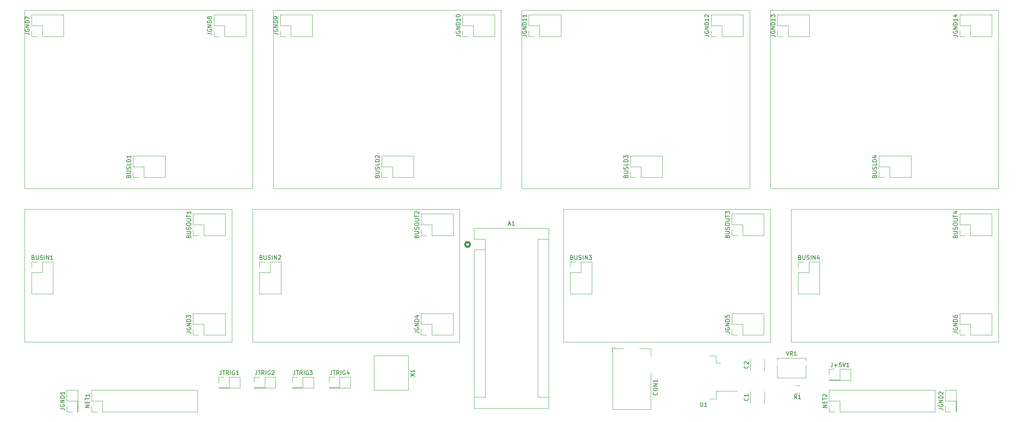
<source format=gto>
G04 #@! TF.GenerationSoftware,KiCad,Pcbnew,5.1.5+dfsg1-2build2*
G04 #@! TF.CreationDate,2021-11-26T12:36:15+03:00*
G04 #@! TF.ProjectId,Motherboard,4d6f7468-6572-4626-9f61-72642e6b6963,rev?*
G04 #@! TF.SameCoordinates,Original*
G04 #@! TF.FileFunction,Legend,Top*
G04 #@! TF.FilePolarity,Positive*
%FSLAX46Y46*%
G04 Gerber Fmt 4.6, Leading zero omitted, Abs format (unit mm)*
G04 Created by KiCad (PCBNEW 5.1.5+dfsg1-2build2) date 2021-11-26 12:36:15*
%MOMM*%
%LPD*%
G04 APERTURE LIST*
%ADD10C,0.500000*%
%ADD11C,0.120000*%
%ADD12C,0.150000*%
G04 APERTURE END LIST*
D10*
X136005000Y-80005000D02*
G75*
G03X136005000Y-80005000I-600000J0D01*
G01*
D11*
X28500000Y-66500000D02*
X83500000Y-66500000D01*
X88500000Y-66500000D02*
X143500000Y-66500000D01*
X158500000Y-71500000D02*
X208500000Y-71500000D01*
X208500000Y-103500000D02*
X208500000Y-71500000D01*
X158500000Y-103500000D02*
X158500000Y-71500000D01*
X158500000Y-103500000D02*
X208500000Y-103500000D01*
X213500000Y-71500000D02*
X263500000Y-71500000D01*
X263500000Y-103500000D02*
X263500000Y-71500000D01*
X213500000Y-103500000D02*
X213500000Y-71500000D01*
X213500000Y-103500000D02*
X263500000Y-103500000D01*
X83500000Y-71500000D02*
X133500000Y-71500000D01*
X133500000Y-103500000D02*
X133500000Y-71500000D01*
X83500000Y-103500000D02*
X83500000Y-71500000D01*
X83500000Y-103500000D02*
X133500000Y-103500000D01*
X28500000Y-71500000D02*
X78500000Y-71500000D01*
X28500000Y-103500000D02*
X28500000Y-71500000D01*
X83500000Y-23500000D02*
X28500000Y-23500000D01*
X83500000Y-66500000D02*
X83500000Y-23500000D01*
X143500000Y-23500000D02*
X88500000Y-23500000D01*
X28500000Y-23500000D02*
X28500000Y-66500000D01*
X28500000Y-103500000D02*
X78500000Y-103500000D01*
X143500000Y-66500000D02*
X143500000Y-23500000D01*
X78500000Y-103500000D02*
X78500000Y-71500000D01*
X88500000Y-23500000D02*
X88500000Y-66500000D01*
X208500000Y-66500000D02*
X263500000Y-66500000D01*
X263500000Y-23500000D02*
X208500000Y-23500000D01*
X263500000Y-66500000D02*
X263500000Y-23500000D01*
X208500000Y-23500000D02*
X208500000Y-66500000D01*
X148500000Y-23500000D02*
X148500000Y-66500000D01*
X203500000Y-23500000D02*
X148500000Y-23500000D01*
X203500000Y-66500000D02*
X203500000Y-23500000D01*
X148500000Y-66500000D02*
X203500000Y-66500000D01*
X207050000Y-110458752D02*
X207050000Y-107686248D01*
X203630000Y-110458752D02*
X203630000Y-107686248D01*
X215630564Y-114026000D02*
X214426436Y-114026000D01*
X215630564Y-115846000D02*
X214426436Y-115846000D01*
X207050000Y-118248752D02*
X207050000Y-115476248D01*
X203630000Y-118248752D02*
X203630000Y-115476248D01*
X217070000Y-109081000D02*
X217070000Y-112186000D01*
X217070000Y-107446000D02*
X217070000Y-108091000D01*
X210120000Y-109081000D02*
X210120000Y-112186000D01*
X210120000Y-107446000D02*
X210120000Y-108091000D01*
X210120000Y-112186000D02*
X217070000Y-112186000D01*
X210120000Y-107446000D02*
X217070000Y-107446000D01*
X170400000Y-105100000D02*
X173000000Y-105100000D01*
X170400000Y-119800000D02*
X170400000Y-105100000D01*
X179600000Y-105100000D02*
X179600000Y-107000000D01*
X176900000Y-105100000D02*
X179600000Y-105100000D01*
X179600000Y-119800000D02*
X170400000Y-119800000D01*
X179600000Y-111000000D02*
X179600000Y-119800000D01*
X170200000Y-105950000D02*
X170200000Y-104900000D01*
X171250000Y-104900000D02*
X170200000Y-104900000D01*
X75280000Y-111949000D02*
X76610000Y-111949000D01*
X75280000Y-113279000D02*
X75280000Y-111949000D01*
X77880000Y-111949000D02*
X80480000Y-111949000D01*
X77880000Y-114549000D02*
X77880000Y-111949000D01*
X75280000Y-114549000D02*
X77880000Y-114549000D01*
X80480000Y-111949000D02*
X80480000Y-114609000D01*
X75280000Y-114549000D02*
X75280000Y-114609000D01*
X75280000Y-114609000D02*
X80480000Y-114609000D01*
X93060000Y-111949000D02*
X94390000Y-111949000D01*
X93060000Y-113279000D02*
X93060000Y-111949000D01*
X95660000Y-111949000D02*
X98260000Y-111949000D01*
X95660000Y-114549000D02*
X95660000Y-111949000D01*
X93060000Y-114549000D02*
X95660000Y-114549000D01*
X98260000Y-111949000D02*
X98260000Y-114609000D01*
X93060000Y-114549000D02*
X93060000Y-114609000D01*
X93060000Y-114609000D02*
X98260000Y-114609000D01*
X30170000Y-84170000D02*
X31500000Y-84170000D01*
X30170000Y-85500000D02*
X30170000Y-84170000D01*
X32770000Y-84170000D02*
X35370000Y-84170000D01*
X32770000Y-86770000D02*
X32770000Y-84170000D01*
X30170000Y-86770000D02*
X32770000Y-86770000D01*
X35370000Y-84170000D02*
X35370000Y-91910000D01*
X30170000Y-86770000D02*
X30170000Y-91910000D01*
X30170000Y-91910000D02*
X35370000Y-91910000D01*
X174670000Y-63830000D02*
X174670000Y-62500000D01*
X176000000Y-63830000D02*
X174670000Y-63830000D01*
X174670000Y-61230000D02*
X174670000Y-58630000D01*
X177270000Y-61230000D02*
X174670000Y-61230000D01*
X177270000Y-63830000D02*
X177270000Y-61230000D01*
X174670000Y-58630000D02*
X182410000Y-58630000D01*
X177270000Y-63830000D02*
X182410000Y-63830000D01*
X182410000Y-63830000D02*
X182410000Y-58630000D01*
X69170000Y-101830000D02*
X69170000Y-100500000D01*
X70500000Y-101830000D02*
X69170000Y-101830000D01*
X69170000Y-99230000D02*
X69170000Y-96630000D01*
X71770000Y-99230000D02*
X69170000Y-99230000D01*
X71770000Y-101830000D02*
X71770000Y-99230000D01*
X69170000Y-96630000D02*
X76910000Y-96630000D01*
X71770000Y-101830000D02*
X76910000Y-101830000D01*
X76910000Y-101830000D02*
X76910000Y-96630000D01*
X222670000Y-120330000D02*
X222670000Y-119000000D01*
X224000000Y-120330000D02*
X222670000Y-120330000D01*
X222670000Y-117730000D02*
X222670000Y-115130000D01*
X225270000Y-117730000D02*
X222670000Y-117730000D01*
X225270000Y-120330000D02*
X225270000Y-117730000D01*
X222670000Y-115130000D02*
X248190000Y-115130000D01*
X225270000Y-120330000D02*
X248190000Y-120330000D01*
X248190000Y-120330000D02*
X248190000Y-115130000D01*
X44670000Y-120330000D02*
X44670000Y-119000000D01*
X46000000Y-120330000D02*
X44670000Y-120330000D01*
X44670000Y-117730000D02*
X44670000Y-115130000D01*
X47270000Y-117730000D02*
X44670000Y-117730000D01*
X47270000Y-120330000D02*
X47270000Y-117730000D01*
X44670000Y-115130000D02*
X70190000Y-115130000D01*
X47270000Y-120330000D02*
X70190000Y-120330000D01*
X70190000Y-120330000D02*
X70190000Y-115130000D01*
X74170000Y-29830000D02*
X74170000Y-28500000D01*
X75500000Y-29830000D02*
X74170000Y-29830000D01*
X74170000Y-27230000D02*
X74170000Y-24630000D01*
X76770000Y-27230000D02*
X74170000Y-27230000D01*
X76770000Y-29830000D02*
X76770000Y-27230000D01*
X74170000Y-24630000D02*
X81910000Y-24630000D01*
X76770000Y-29830000D02*
X81910000Y-29830000D01*
X81910000Y-29830000D02*
X81910000Y-24630000D01*
X254170000Y-29830000D02*
X254170000Y-28500000D01*
X255500000Y-29830000D02*
X254170000Y-29830000D01*
X254170000Y-27230000D02*
X254170000Y-24630000D01*
X256770000Y-27230000D02*
X254170000Y-27230000D01*
X256770000Y-29830000D02*
X256770000Y-27230000D01*
X254170000Y-24630000D02*
X261910000Y-24630000D01*
X256770000Y-29830000D02*
X261910000Y-29830000D01*
X261910000Y-29830000D02*
X261910000Y-24630000D01*
X210170000Y-29830000D02*
X210170000Y-28500000D01*
X211500000Y-29830000D02*
X210170000Y-29830000D01*
X210170000Y-27230000D02*
X210170000Y-24630000D01*
X212770000Y-27230000D02*
X210170000Y-27230000D01*
X212770000Y-29830000D02*
X212770000Y-27230000D01*
X210170000Y-24630000D02*
X217910000Y-24630000D01*
X212770000Y-29830000D02*
X217910000Y-29830000D01*
X217910000Y-29830000D02*
X217910000Y-24630000D01*
X194170000Y-29830000D02*
X194170000Y-28500000D01*
X195500000Y-29830000D02*
X194170000Y-29830000D01*
X194170000Y-27230000D02*
X194170000Y-24630000D01*
X196770000Y-27230000D02*
X194170000Y-27230000D01*
X196770000Y-29830000D02*
X196770000Y-27230000D01*
X194170000Y-24630000D02*
X201910000Y-24630000D01*
X196770000Y-29830000D02*
X201910000Y-29830000D01*
X201910000Y-29830000D02*
X201910000Y-24630000D01*
X150170000Y-29830000D02*
X150170000Y-28500000D01*
X151500000Y-29830000D02*
X150170000Y-29830000D01*
X150170000Y-27230000D02*
X150170000Y-24630000D01*
X152770000Y-27230000D02*
X150170000Y-27230000D01*
X152770000Y-29830000D02*
X152770000Y-27230000D01*
X150170000Y-24630000D02*
X157910000Y-24630000D01*
X152770000Y-29830000D02*
X157910000Y-29830000D01*
X157910000Y-29830000D02*
X157910000Y-24630000D01*
X134170000Y-29830000D02*
X134170000Y-28500000D01*
X135500000Y-29830000D02*
X134170000Y-29830000D01*
X134170000Y-27230000D02*
X134170000Y-24630000D01*
X136770000Y-27230000D02*
X134170000Y-27230000D01*
X136770000Y-29830000D02*
X136770000Y-27230000D01*
X134170000Y-24630000D02*
X141910000Y-24630000D01*
X136770000Y-29830000D02*
X141910000Y-29830000D01*
X141910000Y-29830000D02*
X141910000Y-24630000D01*
X90170000Y-29830000D02*
X90170000Y-28500000D01*
X91500000Y-29830000D02*
X90170000Y-29830000D01*
X90170000Y-27230000D02*
X90170000Y-24630000D01*
X92770000Y-27230000D02*
X90170000Y-27230000D01*
X92770000Y-29830000D02*
X92770000Y-27230000D01*
X90170000Y-24630000D02*
X97910000Y-24630000D01*
X92770000Y-29830000D02*
X97910000Y-29830000D01*
X97910000Y-29830000D02*
X97910000Y-24630000D01*
X30170000Y-29830000D02*
X30170000Y-28500000D01*
X31500000Y-29830000D02*
X30170000Y-29830000D01*
X30170000Y-27230000D02*
X30170000Y-24630000D01*
X32770000Y-27230000D02*
X30170000Y-27230000D01*
X32770000Y-29830000D02*
X32770000Y-27230000D01*
X30170000Y-24630000D02*
X37910000Y-24630000D01*
X32770000Y-29830000D02*
X37910000Y-29830000D01*
X37910000Y-29830000D02*
X37910000Y-24630000D01*
X254170000Y-101830000D02*
X254170000Y-100500000D01*
X255500000Y-101830000D02*
X254170000Y-101830000D01*
X254170000Y-99230000D02*
X254170000Y-96630000D01*
X256770000Y-99230000D02*
X254170000Y-99230000D01*
X256770000Y-101830000D02*
X256770000Y-99230000D01*
X254170000Y-96630000D02*
X261910000Y-96630000D01*
X256770000Y-101830000D02*
X261910000Y-101830000D01*
X261910000Y-101830000D02*
X261910000Y-96630000D01*
X199170000Y-101830000D02*
X199170000Y-100500000D01*
X200500000Y-101830000D02*
X199170000Y-101830000D01*
X199170000Y-99230000D02*
X199170000Y-96630000D01*
X201770000Y-99230000D02*
X199170000Y-99230000D01*
X201770000Y-101830000D02*
X201770000Y-99230000D01*
X199170000Y-96630000D02*
X206910000Y-96630000D01*
X201770000Y-101830000D02*
X206910000Y-101830000D01*
X206910000Y-101830000D02*
X206910000Y-96630000D01*
X124170000Y-101830000D02*
X124170000Y-100500000D01*
X125500000Y-101830000D02*
X124170000Y-101830000D01*
X124170000Y-99230000D02*
X124170000Y-96630000D01*
X126770000Y-99230000D02*
X124170000Y-99230000D01*
X126770000Y-101830000D02*
X126770000Y-99230000D01*
X124170000Y-96630000D02*
X131910000Y-96630000D01*
X126770000Y-101830000D02*
X131910000Y-101830000D01*
X131910000Y-101830000D02*
X131910000Y-96630000D01*
X250670000Y-120330000D02*
X250670000Y-119000000D01*
X252000000Y-120330000D02*
X250670000Y-120330000D01*
X250670000Y-117730000D02*
X250670000Y-115130000D01*
X253270000Y-117730000D02*
X250670000Y-117730000D01*
X253270000Y-120330000D02*
X253270000Y-117730000D01*
X250670000Y-115130000D02*
X253330000Y-115130000D01*
X253270000Y-120330000D02*
X253330000Y-120330000D01*
X253330000Y-120330000D02*
X253330000Y-115130000D01*
X38670000Y-120330000D02*
X38670000Y-119000000D01*
X40000000Y-120330000D02*
X38670000Y-120330000D01*
X38670000Y-117730000D02*
X38670000Y-115130000D01*
X41270000Y-117730000D02*
X38670000Y-117730000D01*
X41270000Y-120330000D02*
X41270000Y-117730000D01*
X38670000Y-115130000D02*
X41330000Y-115130000D01*
X41270000Y-120330000D02*
X41330000Y-120330000D01*
X41330000Y-120330000D02*
X41330000Y-115130000D01*
X222670000Y-112710000D02*
X227870000Y-112710000D01*
X222670000Y-112650000D02*
X222670000Y-112710000D01*
X227870000Y-110050000D02*
X227870000Y-112710000D01*
X222670000Y-112650000D02*
X225270000Y-112650000D01*
X225270000Y-112650000D02*
X225270000Y-110050000D01*
X225270000Y-110050000D02*
X227870000Y-110050000D01*
X222670000Y-111380000D02*
X222670000Y-110050000D01*
X222670000Y-110050000D02*
X224000000Y-110050000D01*
X254170000Y-77830000D02*
X254170000Y-76500000D01*
X255500000Y-77830000D02*
X254170000Y-77830000D01*
X254170000Y-75230000D02*
X254170000Y-72630000D01*
X256770000Y-75230000D02*
X254170000Y-75230000D01*
X256770000Y-77830000D02*
X256770000Y-75230000D01*
X254170000Y-72630000D02*
X261910000Y-72630000D01*
X256770000Y-77830000D02*
X261910000Y-77830000D01*
X261910000Y-77830000D02*
X261910000Y-72630000D01*
X199170000Y-77830000D02*
X199170000Y-76500000D01*
X200500000Y-77830000D02*
X199170000Y-77830000D01*
X199170000Y-75230000D02*
X199170000Y-72630000D01*
X201770000Y-75230000D02*
X199170000Y-75230000D01*
X201770000Y-77830000D02*
X201770000Y-75230000D01*
X199170000Y-72630000D02*
X206910000Y-72630000D01*
X201770000Y-77830000D02*
X206910000Y-77830000D01*
X206910000Y-77830000D02*
X206910000Y-72630000D01*
X124170000Y-77830000D02*
X124170000Y-76500000D01*
X125500000Y-77830000D02*
X124170000Y-77830000D01*
X124170000Y-75230000D02*
X124170000Y-72630000D01*
X126770000Y-75230000D02*
X124170000Y-75230000D01*
X126770000Y-77830000D02*
X126770000Y-75230000D01*
X124170000Y-72630000D02*
X131910000Y-72630000D01*
X126770000Y-77830000D02*
X131910000Y-77830000D01*
X131910000Y-77830000D02*
X131910000Y-72630000D01*
X69170000Y-77830000D02*
X69170000Y-76500000D01*
X70500000Y-77830000D02*
X69170000Y-77830000D01*
X69170000Y-75230000D02*
X69170000Y-72630000D01*
X71770000Y-75230000D02*
X69170000Y-75230000D01*
X71770000Y-77830000D02*
X71770000Y-75230000D01*
X69170000Y-72630000D02*
X76910000Y-72630000D01*
X71770000Y-77830000D02*
X76910000Y-77830000D01*
X76910000Y-77830000D02*
X76910000Y-72630000D01*
X234670000Y-63830000D02*
X234670000Y-62500000D01*
X236000000Y-63830000D02*
X234670000Y-63830000D01*
X234670000Y-61230000D02*
X234670000Y-58630000D01*
X237270000Y-61230000D02*
X234670000Y-61230000D01*
X237270000Y-63830000D02*
X237270000Y-61230000D01*
X234670000Y-58630000D02*
X242410000Y-58630000D01*
X237270000Y-63830000D02*
X242410000Y-63830000D01*
X242410000Y-63830000D02*
X242410000Y-58630000D01*
X114670000Y-63830000D02*
X114670000Y-62500000D01*
X116000000Y-63830000D02*
X114670000Y-63830000D01*
X114670000Y-61230000D02*
X114670000Y-58630000D01*
X117270000Y-61230000D02*
X114670000Y-61230000D01*
X117270000Y-63830000D02*
X117270000Y-61230000D01*
X114670000Y-58630000D02*
X122410000Y-58630000D01*
X117270000Y-63830000D02*
X122410000Y-63830000D01*
X122410000Y-63830000D02*
X122410000Y-58630000D01*
X54670000Y-63830000D02*
X54670000Y-62500000D01*
X56000000Y-63830000D02*
X54670000Y-63830000D01*
X54670000Y-61230000D02*
X54670000Y-58630000D01*
X57270000Y-61230000D02*
X54670000Y-61230000D01*
X57270000Y-63830000D02*
X57270000Y-61230000D01*
X54670000Y-58630000D02*
X62410000Y-58630000D01*
X57270000Y-63830000D02*
X62410000Y-63830000D01*
X62410000Y-63830000D02*
X62410000Y-58630000D01*
X215170000Y-84170000D02*
X216500000Y-84170000D01*
X215170000Y-85500000D02*
X215170000Y-84170000D01*
X217770000Y-84170000D02*
X220370000Y-84170000D01*
X217770000Y-86770000D02*
X217770000Y-84170000D01*
X215170000Y-86770000D02*
X217770000Y-86770000D01*
X220370000Y-84170000D02*
X220370000Y-91910000D01*
X215170000Y-86770000D02*
X215170000Y-91910000D01*
X215170000Y-91910000D02*
X220370000Y-91910000D01*
X160170000Y-84170000D02*
X161500000Y-84170000D01*
X160170000Y-85500000D02*
X160170000Y-84170000D01*
X162770000Y-84170000D02*
X165370000Y-84170000D01*
X162770000Y-86770000D02*
X162770000Y-84170000D01*
X160170000Y-86770000D02*
X162770000Y-86770000D01*
X165370000Y-84170000D02*
X165370000Y-91910000D01*
X160170000Y-86770000D02*
X160170000Y-91910000D01*
X160170000Y-91910000D02*
X165370000Y-91910000D01*
X85170000Y-84170000D02*
X86500000Y-84170000D01*
X85170000Y-85500000D02*
X85170000Y-84170000D01*
X87770000Y-84170000D02*
X90370000Y-84170000D01*
X87770000Y-86770000D02*
X87770000Y-84170000D01*
X85170000Y-86770000D02*
X87770000Y-86770000D01*
X90370000Y-84170000D02*
X90370000Y-91910000D01*
X85170000Y-86770000D02*
X85170000Y-91910000D01*
X85170000Y-91910000D02*
X90370000Y-91910000D01*
X121150000Y-115150000D02*
X121150000Y-106850000D01*
X112850000Y-115150000D02*
X112850000Y-106850000D01*
X121150000Y-106850000D02*
X112850000Y-106850000D01*
X121150000Y-115150000D02*
X112850000Y-115150000D01*
X193825000Y-117200000D02*
X195325000Y-117200000D01*
X195325000Y-117200000D02*
X195325000Y-115390000D01*
X195325000Y-115390000D02*
X200450000Y-115390000D01*
X193825000Y-106800000D02*
X195325000Y-106800000D01*
X195325000Y-106800000D02*
X195325000Y-108610000D01*
X195325000Y-108610000D02*
X196425000Y-108610000D01*
X101950000Y-111949000D02*
X103280000Y-111949000D01*
X101950000Y-113279000D02*
X101950000Y-111949000D01*
X104550000Y-111949000D02*
X107150000Y-111949000D01*
X104550000Y-114549000D02*
X104550000Y-111949000D01*
X101950000Y-114549000D02*
X104550000Y-114549000D01*
X107150000Y-111949000D02*
X107150000Y-114609000D01*
X101950000Y-114549000D02*
X101950000Y-114609000D01*
X101950000Y-114609000D02*
X107150000Y-114609000D01*
X83860000Y-111949000D02*
X85190000Y-111949000D01*
X83860000Y-113279000D02*
X83860000Y-111949000D01*
X86460000Y-111949000D02*
X89060000Y-111949000D01*
X86460000Y-114549000D02*
X86460000Y-111949000D01*
X83860000Y-114549000D02*
X86460000Y-114549000D01*
X89060000Y-111949000D02*
X89060000Y-114609000D01*
X83860000Y-114549000D02*
X83860000Y-114609000D01*
X83860000Y-114609000D02*
X89060000Y-114609000D01*
X155020000Y-76060000D02*
X136980000Y-76060000D01*
X155020000Y-119500000D02*
X155020000Y-76060000D01*
X136980000Y-119500000D02*
X155020000Y-119500000D01*
X139650000Y-116830000D02*
X136980000Y-116830000D01*
X139650000Y-81270000D02*
X139650000Y-116830000D01*
X139650000Y-81270000D02*
X136980000Y-81270000D01*
X152350000Y-116830000D02*
X155020000Y-116830000D01*
X152350000Y-78730000D02*
X152350000Y-116830000D01*
X152350000Y-78730000D02*
X155020000Y-78730000D01*
X136980000Y-76060000D02*
X136980000Y-78730000D01*
X136980000Y-81270000D02*
X136980000Y-119500000D01*
X139650000Y-78730000D02*
X136980000Y-78730000D01*
X139650000Y-81270000D02*
X139650000Y-78730000D01*
D12*
X203047142Y-109239166D02*
X203094761Y-109286785D01*
X203142380Y-109429642D01*
X203142380Y-109524880D01*
X203094761Y-109667738D01*
X202999523Y-109762976D01*
X202904285Y-109810595D01*
X202713809Y-109858214D01*
X202570952Y-109858214D01*
X202380476Y-109810595D01*
X202285238Y-109762976D01*
X202190000Y-109667738D01*
X202142380Y-109524880D01*
X202142380Y-109429642D01*
X202190000Y-109286785D01*
X202237619Y-109239166D01*
X202237619Y-108858214D02*
X202190000Y-108810595D01*
X202142380Y-108715357D01*
X202142380Y-108477261D01*
X202190000Y-108382023D01*
X202237619Y-108334404D01*
X202332857Y-108286785D01*
X202428095Y-108286785D01*
X202570952Y-108334404D01*
X203142380Y-108905833D01*
X203142380Y-108286785D01*
X214861833Y-117208380D02*
X214528500Y-116732190D01*
X214290404Y-117208380D02*
X214290404Y-116208380D01*
X214671357Y-116208380D01*
X214766595Y-116256000D01*
X214814214Y-116303619D01*
X214861833Y-116398857D01*
X214861833Y-116541714D01*
X214814214Y-116636952D01*
X214766595Y-116684571D01*
X214671357Y-116732190D01*
X214290404Y-116732190D01*
X215814214Y-117208380D02*
X215242785Y-117208380D01*
X215528500Y-117208380D02*
X215528500Y-116208380D01*
X215433261Y-116351238D01*
X215338023Y-116446476D01*
X215242785Y-116494095D01*
X203047142Y-117029166D02*
X203094761Y-117076785D01*
X203142380Y-117219642D01*
X203142380Y-117314880D01*
X203094761Y-117457738D01*
X202999523Y-117552976D01*
X202904285Y-117600595D01*
X202713809Y-117648214D01*
X202570952Y-117648214D01*
X202380476Y-117600595D01*
X202285238Y-117552976D01*
X202190000Y-117457738D01*
X202142380Y-117314880D01*
X202142380Y-117219642D01*
X202190000Y-117076785D01*
X202237619Y-117029166D01*
X203142380Y-116076785D02*
X203142380Y-116648214D01*
X203142380Y-116362500D02*
X202142380Y-116362500D01*
X202285238Y-116457738D01*
X202380476Y-116552976D01*
X202428095Y-116648214D01*
X212285476Y-105768380D02*
X212618809Y-106768380D01*
X212952142Y-105768380D01*
X213856904Y-106768380D02*
X213523571Y-106292190D01*
X213285476Y-106768380D02*
X213285476Y-105768380D01*
X213666428Y-105768380D01*
X213761666Y-105816000D01*
X213809285Y-105863619D01*
X213856904Y-105958857D01*
X213856904Y-106101714D01*
X213809285Y-106196952D01*
X213761666Y-106244571D01*
X213666428Y-106292190D01*
X213285476Y-106292190D01*
X214809285Y-106768380D02*
X214237857Y-106768380D01*
X214523571Y-106768380D02*
X214523571Y-105768380D01*
X214428333Y-105911238D01*
X214333095Y-106006476D01*
X214237857Y-106054095D01*
X181107142Y-115664285D02*
X181154761Y-115711904D01*
X181202380Y-115854761D01*
X181202380Y-115950000D01*
X181154761Y-116092857D01*
X181059523Y-116188095D01*
X180964285Y-116235714D01*
X180773809Y-116283333D01*
X180630952Y-116283333D01*
X180440476Y-116235714D01*
X180345238Y-116188095D01*
X180250000Y-116092857D01*
X180202380Y-115950000D01*
X180202380Y-115854761D01*
X180250000Y-115711904D01*
X180297619Y-115664285D01*
X180202380Y-115045238D02*
X180202380Y-114854761D01*
X180250000Y-114759523D01*
X180345238Y-114664285D01*
X180535714Y-114616666D01*
X180869047Y-114616666D01*
X181059523Y-114664285D01*
X181154761Y-114759523D01*
X181202380Y-114854761D01*
X181202380Y-115045238D01*
X181154761Y-115140476D01*
X181059523Y-115235714D01*
X180869047Y-115283333D01*
X180535714Y-115283333D01*
X180345238Y-115235714D01*
X180250000Y-115140476D01*
X180202380Y-115045238D01*
X181202380Y-114188095D02*
X180202380Y-114188095D01*
X181202380Y-113616666D01*
X180202380Y-113616666D01*
X181202380Y-112616666D02*
X181202380Y-113188095D01*
X181202380Y-112902380D02*
X180202380Y-112902380D01*
X180345238Y-112997619D01*
X180440476Y-113092857D01*
X180488095Y-113188095D01*
X75927619Y-110401380D02*
X75927619Y-111115666D01*
X75880000Y-111258523D01*
X75784761Y-111353761D01*
X75641904Y-111401380D01*
X75546666Y-111401380D01*
X76260952Y-110401380D02*
X76832380Y-110401380D01*
X76546666Y-111401380D02*
X76546666Y-110401380D01*
X77737142Y-111401380D02*
X77403809Y-110925190D01*
X77165714Y-111401380D02*
X77165714Y-110401380D01*
X77546666Y-110401380D01*
X77641904Y-110449000D01*
X77689523Y-110496619D01*
X77737142Y-110591857D01*
X77737142Y-110734714D01*
X77689523Y-110829952D01*
X77641904Y-110877571D01*
X77546666Y-110925190D01*
X77165714Y-110925190D01*
X78165714Y-111401380D02*
X78165714Y-110401380D01*
X79165714Y-110449000D02*
X79070476Y-110401380D01*
X78927619Y-110401380D01*
X78784761Y-110449000D01*
X78689523Y-110544238D01*
X78641904Y-110639476D01*
X78594285Y-110829952D01*
X78594285Y-110972809D01*
X78641904Y-111163285D01*
X78689523Y-111258523D01*
X78784761Y-111353761D01*
X78927619Y-111401380D01*
X79022857Y-111401380D01*
X79165714Y-111353761D01*
X79213333Y-111306142D01*
X79213333Y-110972809D01*
X79022857Y-110972809D01*
X80165714Y-111401380D02*
X79594285Y-111401380D01*
X79880000Y-111401380D02*
X79880000Y-110401380D01*
X79784761Y-110544238D01*
X79689523Y-110639476D01*
X79594285Y-110687095D01*
X93707619Y-110401380D02*
X93707619Y-111115666D01*
X93660000Y-111258523D01*
X93564761Y-111353761D01*
X93421904Y-111401380D01*
X93326666Y-111401380D01*
X94040952Y-110401380D02*
X94612380Y-110401380D01*
X94326666Y-111401380D02*
X94326666Y-110401380D01*
X95517142Y-111401380D02*
X95183809Y-110925190D01*
X94945714Y-111401380D02*
X94945714Y-110401380D01*
X95326666Y-110401380D01*
X95421904Y-110449000D01*
X95469523Y-110496619D01*
X95517142Y-110591857D01*
X95517142Y-110734714D01*
X95469523Y-110829952D01*
X95421904Y-110877571D01*
X95326666Y-110925190D01*
X94945714Y-110925190D01*
X95945714Y-111401380D02*
X95945714Y-110401380D01*
X96945714Y-110449000D02*
X96850476Y-110401380D01*
X96707619Y-110401380D01*
X96564761Y-110449000D01*
X96469523Y-110544238D01*
X96421904Y-110639476D01*
X96374285Y-110829952D01*
X96374285Y-110972809D01*
X96421904Y-111163285D01*
X96469523Y-111258523D01*
X96564761Y-111353761D01*
X96707619Y-111401380D01*
X96802857Y-111401380D01*
X96945714Y-111353761D01*
X96993333Y-111306142D01*
X96993333Y-110972809D01*
X96802857Y-110972809D01*
X97326666Y-110401380D02*
X97945714Y-110401380D01*
X97612380Y-110782333D01*
X97755238Y-110782333D01*
X97850476Y-110829952D01*
X97898095Y-110877571D01*
X97945714Y-110972809D01*
X97945714Y-111210904D01*
X97898095Y-111306142D01*
X97850476Y-111353761D01*
X97755238Y-111401380D01*
X97469523Y-111401380D01*
X97374285Y-111353761D01*
X97326666Y-111306142D01*
X30603333Y-83098571D02*
X30746190Y-83146190D01*
X30793809Y-83193809D01*
X30841428Y-83289047D01*
X30841428Y-83431904D01*
X30793809Y-83527142D01*
X30746190Y-83574761D01*
X30650952Y-83622380D01*
X30270000Y-83622380D01*
X30270000Y-82622380D01*
X30603333Y-82622380D01*
X30698571Y-82670000D01*
X30746190Y-82717619D01*
X30793809Y-82812857D01*
X30793809Y-82908095D01*
X30746190Y-83003333D01*
X30698571Y-83050952D01*
X30603333Y-83098571D01*
X30270000Y-83098571D01*
X31270000Y-82622380D02*
X31270000Y-83431904D01*
X31317619Y-83527142D01*
X31365238Y-83574761D01*
X31460476Y-83622380D01*
X31650952Y-83622380D01*
X31746190Y-83574761D01*
X31793809Y-83527142D01*
X31841428Y-83431904D01*
X31841428Y-82622380D01*
X32270000Y-83574761D02*
X32412857Y-83622380D01*
X32650952Y-83622380D01*
X32746190Y-83574761D01*
X32793809Y-83527142D01*
X32841428Y-83431904D01*
X32841428Y-83336666D01*
X32793809Y-83241428D01*
X32746190Y-83193809D01*
X32650952Y-83146190D01*
X32460476Y-83098571D01*
X32365238Y-83050952D01*
X32317619Y-83003333D01*
X32270000Y-82908095D01*
X32270000Y-82812857D01*
X32317619Y-82717619D01*
X32365238Y-82670000D01*
X32460476Y-82622380D01*
X32698571Y-82622380D01*
X32841428Y-82670000D01*
X33270000Y-83622380D02*
X33270000Y-82622380D01*
X33746190Y-83622380D02*
X33746190Y-82622380D01*
X34317619Y-83622380D01*
X34317619Y-82622380D01*
X35317619Y-83622380D02*
X34746190Y-83622380D01*
X35031904Y-83622380D02*
X35031904Y-82622380D01*
X34936666Y-82765238D01*
X34841428Y-82860476D01*
X34746190Y-82908095D01*
X173598571Y-63539523D02*
X173646190Y-63396666D01*
X173693809Y-63349047D01*
X173789047Y-63301428D01*
X173931904Y-63301428D01*
X174027142Y-63349047D01*
X174074761Y-63396666D01*
X174122380Y-63491904D01*
X174122380Y-63872857D01*
X173122380Y-63872857D01*
X173122380Y-63539523D01*
X173170000Y-63444285D01*
X173217619Y-63396666D01*
X173312857Y-63349047D01*
X173408095Y-63349047D01*
X173503333Y-63396666D01*
X173550952Y-63444285D01*
X173598571Y-63539523D01*
X173598571Y-63872857D01*
X173122380Y-62872857D02*
X173931904Y-62872857D01*
X174027142Y-62825238D01*
X174074761Y-62777619D01*
X174122380Y-62682380D01*
X174122380Y-62491904D01*
X174074761Y-62396666D01*
X174027142Y-62349047D01*
X173931904Y-62301428D01*
X173122380Y-62301428D01*
X174074761Y-61872857D02*
X174122380Y-61730000D01*
X174122380Y-61491904D01*
X174074761Y-61396666D01*
X174027142Y-61349047D01*
X173931904Y-61301428D01*
X173836666Y-61301428D01*
X173741428Y-61349047D01*
X173693809Y-61396666D01*
X173646190Y-61491904D01*
X173598571Y-61682380D01*
X173550952Y-61777619D01*
X173503333Y-61825238D01*
X173408095Y-61872857D01*
X173312857Y-61872857D01*
X173217619Y-61825238D01*
X173170000Y-61777619D01*
X173122380Y-61682380D01*
X173122380Y-61444285D01*
X173170000Y-61301428D01*
X174122380Y-60396666D02*
X174122380Y-60872857D01*
X173122380Y-60872857D01*
X174122380Y-60063333D02*
X173122380Y-60063333D01*
X173122380Y-59825238D01*
X173170000Y-59682380D01*
X173265238Y-59587142D01*
X173360476Y-59539523D01*
X173550952Y-59491904D01*
X173693809Y-59491904D01*
X173884285Y-59539523D01*
X173979523Y-59587142D01*
X174074761Y-59682380D01*
X174122380Y-59825238D01*
X174122380Y-60063333D01*
X173122380Y-59158571D02*
X173122380Y-58539523D01*
X173503333Y-58872857D01*
X173503333Y-58730000D01*
X173550952Y-58634761D01*
X173598571Y-58587142D01*
X173693809Y-58539523D01*
X173931904Y-58539523D01*
X174027142Y-58587142D01*
X174074761Y-58634761D01*
X174122380Y-58730000D01*
X174122380Y-59015714D01*
X174074761Y-59110952D01*
X174027142Y-59158571D01*
X67622380Y-101087142D02*
X68336666Y-101087142D01*
X68479523Y-101134761D01*
X68574761Y-101230000D01*
X68622380Y-101372857D01*
X68622380Y-101468095D01*
X67670000Y-100087142D02*
X67622380Y-100182380D01*
X67622380Y-100325238D01*
X67670000Y-100468095D01*
X67765238Y-100563333D01*
X67860476Y-100610952D01*
X68050952Y-100658571D01*
X68193809Y-100658571D01*
X68384285Y-100610952D01*
X68479523Y-100563333D01*
X68574761Y-100468095D01*
X68622380Y-100325238D01*
X68622380Y-100230000D01*
X68574761Y-100087142D01*
X68527142Y-100039523D01*
X68193809Y-100039523D01*
X68193809Y-100230000D01*
X68622380Y-99610952D02*
X67622380Y-99610952D01*
X68622380Y-99039523D01*
X67622380Y-99039523D01*
X68622380Y-98563333D02*
X67622380Y-98563333D01*
X67622380Y-98325238D01*
X67670000Y-98182380D01*
X67765238Y-98087142D01*
X67860476Y-98039523D01*
X68050952Y-97991904D01*
X68193809Y-97991904D01*
X68384285Y-98039523D01*
X68479523Y-98087142D01*
X68574761Y-98182380D01*
X68622380Y-98325238D01*
X68622380Y-98563333D01*
X67622380Y-97658571D02*
X67622380Y-97039523D01*
X68003333Y-97372857D01*
X68003333Y-97230000D01*
X68050952Y-97134761D01*
X68098571Y-97087142D01*
X68193809Y-97039523D01*
X68431904Y-97039523D01*
X68527142Y-97087142D01*
X68574761Y-97134761D01*
X68622380Y-97230000D01*
X68622380Y-97515714D01*
X68574761Y-97610952D01*
X68527142Y-97658571D01*
X222122380Y-119325238D02*
X221122380Y-119325238D01*
X222122380Y-118753809D01*
X221122380Y-118753809D01*
X221598571Y-118277619D02*
X221598571Y-117944285D01*
X222122380Y-117801428D02*
X222122380Y-118277619D01*
X221122380Y-118277619D01*
X221122380Y-117801428D01*
X221122380Y-117515714D02*
X221122380Y-116944285D01*
X222122380Y-117230000D02*
X221122380Y-117230000D01*
X221217619Y-116658571D02*
X221170000Y-116610952D01*
X221122380Y-116515714D01*
X221122380Y-116277619D01*
X221170000Y-116182380D01*
X221217619Y-116134761D01*
X221312857Y-116087142D01*
X221408095Y-116087142D01*
X221550952Y-116134761D01*
X222122380Y-116706190D01*
X222122380Y-116087142D01*
X44122380Y-119325238D02*
X43122380Y-119325238D01*
X44122380Y-118753809D01*
X43122380Y-118753809D01*
X43598571Y-118277619D02*
X43598571Y-117944285D01*
X44122380Y-117801428D02*
X44122380Y-118277619D01*
X43122380Y-118277619D01*
X43122380Y-117801428D01*
X43122380Y-117515714D02*
X43122380Y-116944285D01*
X44122380Y-117230000D02*
X43122380Y-117230000D01*
X44122380Y-116087142D02*
X44122380Y-116658571D01*
X44122380Y-116372857D02*
X43122380Y-116372857D01*
X43265238Y-116468095D01*
X43360476Y-116563333D01*
X43408095Y-116658571D01*
X72622380Y-29087142D02*
X73336666Y-29087142D01*
X73479523Y-29134761D01*
X73574761Y-29230000D01*
X73622380Y-29372857D01*
X73622380Y-29468095D01*
X72670000Y-28087142D02*
X72622380Y-28182380D01*
X72622380Y-28325238D01*
X72670000Y-28468095D01*
X72765238Y-28563333D01*
X72860476Y-28610952D01*
X73050952Y-28658571D01*
X73193809Y-28658571D01*
X73384285Y-28610952D01*
X73479523Y-28563333D01*
X73574761Y-28468095D01*
X73622380Y-28325238D01*
X73622380Y-28230000D01*
X73574761Y-28087142D01*
X73527142Y-28039523D01*
X73193809Y-28039523D01*
X73193809Y-28230000D01*
X73622380Y-27610952D02*
X72622380Y-27610952D01*
X73622380Y-27039523D01*
X72622380Y-27039523D01*
X73622380Y-26563333D02*
X72622380Y-26563333D01*
X72622380Y-26325238D01*
X72670000Y-26182380D01*
X72765238Y-26087142D01*
X72860476Y-26039523D01*
X73050952Y-25991904D01*
X73193809Y-25991904D01*
X73384285Y-26039523D01*
X73479523Y-26087142D01*
X73574761Y-26182380D01*
X73622380Y-26325238D01*
X73622380Y-26563333D01*
X73050952Y-25420476D02*
X73003333Y-25515714D01*
X72955714Y-25563333D01*
X72860476Y-25610952D01*
X72812857Y-25610952D01*
X72717619Y-25563333D01*
X72670000Y-25515714D01*
X72622380Y-25420476D01*
X72622380Y-25230000D01*
X72670000Y-25134761D01*
X72717619Y-25087142D01*
X72812857Y-25039523D01*
X72860476Y-25039523D01*
X72955714Y-25087142D01*
X73003333Y-25134761D01*
X73050952Y-25230000D01*
X73050952Y-25420476D01*
X73098571Y-25515714D01*
X73146190Y-25563333D01*
X73241428Y-25610952D01*
X73431904Y-25610952D01*
X73527142Y-25563333D01*
X73574761Y-25515714D01*
X73622380Y-25420476D01*
X73622380Y-25230000D01*
X73574761Y-25134761D01*
X73527142Y-25087142D01*
X73431904Y-25039523D01*
X73241428Y-25039523D01*
X73146190Y-25087142D01*
X73098571Y-25134761D01*
X73050952Y-25230000D01*
X252622380Y-29563333D02*
X253336666Y-29563333D01*
X253479523Y-29610952D01*
X253574761Y-29706190D01*
X253622380Y-29849047D01*
X253622380Y-29944285D01*
X252670000Y-28563333D02*
X252622380Y-28658571D01*
X252622380Y-28801428D01*
X252670000Y-28944285D01*
X252765238Y-29039523D01*
X252860476Y-29087142D01*
X253050952Y-29134761D01*
X253193809Y-29134761D01*
X253384285Y-29087142D01*
X253479523Y-29039523D01*
X253574761Y-28944285D01*
X253622380Y-28801428D01*
X253622380Y-28706190D01*
X253574761Y-28563333D01*
X253527142Y-28515714D01*
X253193809Y-28515714D01*
X253193809Y-28706190D01*
X253622380Y-28087142D02*
X252622380Y-28087142D01*
X253622380Y-27515714D01*
X252622380Y-27515714D01*
X253622380Y-27039523D02*
X252622380Y-27039523D01*
X252622380Y-26801428D01*
X252670000Y-26658571D01*
X252765238Y-26563333D01*
X252860476Y-26515714D01*
X253050952Y-26468095D01*
X253193809Y-26468095D01*
X253384285Y-26515714D01*
X253479523Y-26563333D01*
X253574761Y-26658571D01*
X253622380Y-26801428D01*
X253622380Y-27039523D01*
X253622380Y-25515714D02*
X253622380Y-26087142D01*
X253622380Y-25801428D02*
X252622380Y-25801428D01*
X252765238Y-25896666D01*
X252860476Y-25991904D01*
X252908095Y-26087142D01*
X252955714Y-24658571D02*
X253622380Y-24658571D01*
X252574761Y-24896666D02*
X253289047Y-25134761D01*
X253289047Y-24515714D01*
X208622380Y-29563333D02*
X209336666Y-29563333D01*
X209479523Y-29610952D01*
X209574761Y-29706190D01*
X209622380Y-29849047D01*
X209622380Y-29944285D01*
X208670000Y-28563333D02*
X208622380Y-28658571D01*
X208622380Y-28801428D01*
X208670000Y-28944285D01*
X208765238Y-29039523D01*
X208860476Y-29087142D01*
X209050952Y-29134761D01*
X209193809Y-29134761D01*
X209384285Y-29087142D01*
X209479523Y-29039523D01*
X209574761Y-28944285D01*
X209622380Y-28801428D01*
X209622380Y-28706190D01*
X209574761Y-28563333D01*
X209527142Y-28515714D01*
X209193809Y-28515714D01*
X209193809Y-28706190D01*
X209622380Y-28087142D02*
X208622380Y-28087142D01*
X209622380Y-27515714D01*
X208622380Y-27515714D01*
X209622380Y-27039523D02*
X208622380Y-27039523D01*
X208622380Y-26801428D01*
X208670000Y-26658571D01*
X208765238Y-26563333D01*
X208860476Y-26515714D01*
X209050952Y-26468095D01*
X209193809Y-26468095D01*
X209384285Y-26515714D01*
X209479523Y-26563333D01*
X209574761Y-26658571D01*
X209622380Y-26801428D01*
X209622380Y-27039523D01*
X209622380Y-25515714D02*
X209622380Y-26087142D01*
X209622380Y-25801428D02*
X208622380Y-25801428D01*
X208765238Y-25896666D01*
X208860476Y-25991904D01*
X208908095Y-26087142D01*
X208622380Y-25182380D02*
X208622380Y-24563333D01*
X209003333Y-24896666D01*
X209003333Y-24753809D01*
X209050952Y-24658571D01*
X209098571Y-24610952D01*
X209193809Y-24563333D01*
X209431904Y-24563333D01*
X209527142Y-24610952D01*
X209574761Y-24658571D01*
X209622380Y-24753809D01*
X209622380Y-25039523D01*
X209574761Y-25134761D01*
X209527142Y-25182380D01*
X192622380Y-29563333D02*
X193336666Y-29563333D01*
X193479523Y-29610952D01*
X193574761Y-29706190D01*
X193622380Y-29849047D01*
X193622380Y-29944285D01*
X192670000Y-28563333D02*
X192622380Y-28658571D01*
X192622380Y-28801428D01*
X192670000Y-28944285D01*
X192765238Y-29039523D01*
X192860476Y-29087142D01*
X193050952Y-29134761D01*
X193193809Y-29134761D01*
X193384285Y-29087142D01*
X193479523Y-29039523D01*
X193574761Y-28944285D01*
X193622380Y-28801428D01*
X193622380Y-28706190D01*
X193574761Y-28563333D01*
X193527142Y-28515714D01*
X193193809Y-28515714D01*
X193193809Y-28706190D01*
X193622380Y-28087142D02*
X192622380Y-28087142D01*
X193622380Y-27515714D01*
X192622380Y-27515714D01*
X193622380Y-27039523D02*
X192622380Y-27039523D01*
X192622380Y-26801428D01*
X192670000Y-26658571D01*
X192765238Y-26563333D01*
X192860476Y-26515714D01*
X193050952Y-26468095D01*
X193193809Y-26468095D01*
X193384285Y-26515714D01*
X193479523Y-26563333D01*
X193574761Y-26658571D01*
X193622380Y-26801428D01*
X193622380Y-27039523D01*
X193622380Y-25515714D02*
X193622380Y-26087142D01*
X193622380Y-25801428D02*
X192622380Y-25801428D01*
X192765238Y-25896666D01*
X192860476Y-25991904D01*
X192908095Y-26087142D01*
X192717619Y-25134761D02*
X192670000Y-25087142D01*
X192622380Y-24991904D01*
X192622380Y-24753809D01*
X192670000Y-24658571D01*
X192717619Y-24610952D01*
X192812857Y-24563333D01*
X192908095Y-24563333D01*
X193050952Y-24610952D01*
X193622380Y-25182380D01*
X193622380Y-24563333D01*
X148622380Y-29563333D02*
X149336666Y-29563333D01*
X149479523Y-29610952D01*
X149574761Y-29706190D01*
X149622380Y-29849047D01*
X149622380Y-29944285D01*
X148670000Y-28563333D02*
X148622380Y-28658571D01*
X148622380Y-28801428D01*
X148670000Y-28944285D01*
X148765238Y-29039523D01*
X148860476Y-29087142D01*
X149050952Y-29134761D01*
X149193809Y-29134761D01*
X149384285Y-29087142D01*
X149479523Y-29039523D01*
X149574761Y-28944285D01*
X149622380Y-28801428D01*
X149622380Y-28706190D01*
X149574761Y-28563333D01*
X149527142Y-28515714D01*
X149193809Y-28515714D01*
X149193809Y-28706190D01*
X149622380Y-28087142D02*
X148622380Y-28087142D01*
X149622380Y-27515714D01*
X148622380Y-27515714D01*
X149622380Y-27039523D02*
X148622380Y-27039523D01*
X148622380Y-26801428D01*
X148670000Y-26658571D01*
X148765238Y-26563333D01*
X148860476Y-26515714D01*
X149050952Y-26468095D01*
X149193809Y-26468095D01*
X149384285Y-26515714D01*
X149479523Y-26563333D01*
X149574761Y-26658571D01*
X149622380Y-26801428D01*
X149622380Y-27039523D01*
X149622380Y-25515714D02*
X149622380Y-26087142D01*
X149622380Y-25801428D02*
X148622380Y-25801428D01*
X148765238Y-25896666D01*
X148860476Y-25991904D01*
X148908095Y-26087142D01*
X149622380Y-24563333D02*
X149622380Y-25134761D01*
X149622380Y-24849047D02*
X148622380Y-24849047D01*
X148765238Y-24944285D01*
X148860476Y-25039523D01*
X148908095Y-25134761D01*
X132622380Y-29563333D02*
X133336666Y-29563333D01*
X133479523Y-29610952D01*
X133574761Y-29706190D01*
X133622380Y-29849047D01*
X133622380Y-29944285D01*
X132670000Y-28563333D02*
X132622380Y-28658571D01*
X132622380Y-28801428D01*
X132670000Y-28944285D01*
X132765238Y-29039523D01*
X132860476Y-29087142D01*
X133050952Y-29134761D01*
X133193809Y-29134761D01*
X133384285Y-29087142D01*
X133479523Y-29039523D01*
X133574761Y-28944285D01*
X133622380Y-28801428D01*
X133622380Y-28706190D01*
X133574761Y-28563333D01*
X133527142Y-28515714D01*
X133193809Y-28515714D01*
X133193809Y-28706190D01*
X133622380Y-28087142D02*
X132622380Y-28087142D01*
X133622380Y-27515714D01*
X132622380Y-27515714D01*
X133622380Y-27039523D02*
X132622380Y-27039523D01*
X132622380Y-26801428D01*
X132670000Y-26658571D01*
X132765238Y-26563333D01*
X132860476Y-26515714D01*
X133050952Y-26468095D01*
X133193809Y-26468095D01*
X133384285Y-26515714D01*
X133479523Y-26563333D01*
X133574761Y-26658571D01*
X133622380Y-26801428D01*
X133622380Y-27039523D01*
X133622380Y-25515714D02*
X133622380Y-26087142D01*
X133622380Y-25801428D02*
X132622380Y-25801428D01*
X132765238Y-25896666D01*
X132860476Y-25991904D01*
X132908095Y-26087142D01*
X132622380Y-24896666D02*
X132622380Y-24801428D01*
X132670000Y-24706190D01*
X132717619Y-24658571D01*
X132812857Y-24610952D01*
X133003333Y-24563333D01*
X133241428Y-24563333D01*
X133431904Y-24610952D01*
X133527142Y-24658571D01*
X133574761Y-24706190D01*
X133622380Y-24801428D01*
X133622380Y-24896666D01*
X133574761Y-24991904D01*
X133527142Y-25039523D01*
X133431904Y-25087142D01*
X133241428Y-25134761D01*
X133003333Y-25134761D01*
X132812857Y-25087142D01*
X132717619Y-25039523D01*
X132670000Y-24991904D01*
X132622380Y-24896666D01*
X88622380Y-29087142D02*
X89336666Y-29087142D01*
X89479523Y-29134761D01*
X89574761Y-29230000D01*
X89622380Y-29372857D01*
X89622380Y-29468095D01*
X88670000Y-28087142D02*
X88622380Y-28182380D01*
X88622380Y-28325238D01*
X88670000Y-28468095D01*
X88765238Y-28563333D01*
X88860476Y-28610952D01*
X89050952Y-28658571D01*
X89193809Y-28658571D01*
X89384285Y-28610952D01*
X89479523Y-28563333D01*
X89574761Y-28468095D01*
X89622380Y-28325238D01*
X89622380Y-28230000D01*
X89574761Y-28087142D01*
X89527142Y-28039523D01*
X89193809Y-28039523D01*
X89193809Y-28230000D01*
X89622380Y-27610952D02*
X88622380Y-27610952D01*
X89622380Y-27039523D01*
X88622380Y-27039523D01*
X89622380Y-26563333D02*
X88622380Y-26563333D01*
X88622380Y-26325238D01*
X88670000Y-26182380D01*
X88765238Y-26087142D01*
X88860476Y-26039523D01*
X89050952Y-25991904D01*
X89193809Y-25991904D01*
X89384285Y-26039523D01*
X89479523Y-26087142D01*
X89574761Y-26182380D01*
X89622380Y-26325238D01*
X89622380Y-26563333D01*
X89622380Y-25515714D02*
X89622380Y-25325238D01*
X89574761Y-25230000D01*
X89527142Y-25182380D01*
X89384285Y-25087142D01*
X89193809Y-25039523D01*
X88812857Y-25039523D01*
X88717619Y-25087142D01*
X88670000Y-25134761D01*
X88622380Y-25230000D01*
X88622380Y-25420476D01*
X88670000Y-25515714D01*
X88717619Y-25563333D01*
X88812857Y-25610952D01*
X89050952Y-25610952D01*
X89146190Y-25563333D01*
X89193809Y-25515714D01*
X89241428Y-25420476D01*
X89241428Y-25230000D01*
X89193809Y-25134761D01*
X89146190Y-25087142D01*
X89050952Y-25039523D01*
X28622380Y-29087142D02*
X29336666Y-29087142D01*
X29479523Y-29134761D01*
X29574761Y-29230000D01*
X29622380Y-29372857D01*
X29622380Y-29468095D01*
X28670000Y-28087142D02*
X28622380Y-28182380D01*
X28622380Y-28325238D01*
X28670000Y-28468095D01*
X28765238Y-28563333D01*
X28860476Y-28610952D01*
X29050952Y-28658571D01*
X29193809Y-28658571D01*
X29384285Y-28610952D01*
X29479523Y-28563333D01*
X29574761Y-28468095D01*
X29622380Y-28325238D01*
X29622380Y-28230000D01*
X29574761Y-28087142D01*
X29527142Y-28039523D01*
X29193809Y-28039523D01*
X29193809Y-28230000D01*
X29622380Y-27610952D02*
X28622380Y-27610952D01*
X29622380Y-27039523D01*
X28622380Y-27039523D01*
X29622380Y-26563333D02*
X28622380Y-26563333D01*
X28622380Y-26325238D01*
X28670000Y-26182380D01*
X28765238Y-26087142D01*
X28860476Y-26039523D01*
X29050952Y-25991904D01*
X29193809Y-25991904D01*
X29384285Y-26039523D01*
X29479523Y-26087142D01*
X29574761Y-26182380D01*
X29622380Y-26325238D01*
X29622380Y-26563333D01*
X28622380Y-25658571D02*
X28622380Y-24991904D01*
X29622380Y-25420476D01*
X252622380Y-101087142D02*
X253336666Y-101087142D01*
X253479523Y-101134761D01*
X253574761Y-101230000D01*
X253622380Y-101372857D01*
X253622380Y-101468095D01*
X252670000Y-100087142D02*
X252622380Y-100182380D01*
X252622380Y-100325238D01*
X252670000Y-100468095D01*
X252765238Y-100563333D01*
X252860476Y-100610952D01*
X253050952Y-100658571D01*
X253193809Y-100658571D01*
X253384285Y-100610952D01*
X253479523Y-100563333D01*
X253574761Y-100468095D01*
X253622380Y-100325238D01*
X253622380Y-100230000D01*
X253574761Y-100087142D01*
X253527142Y-100039523D01*
X253193809Y-100039523D01*
X253193809Y-100230000D01*
X253622380Y-99610952D02*
X252622380Y-99610952D01*
X253622380Y-99039523D01*
X252622380Y-99039523D01*
X253622380Y-98563333D02*
X252622380Y-98563333D01*
X252622380Y-98325238D01*
X252670000Y-98182380D01*
X252765238Y-98087142D01*
X252860476Y-98039523D01*
X253050952Y-97991904D01*
X253193809Y-97991904D01*
X253384285Y-98039523D01*
X253479523Y-98087142D01*
X253574761Y-98182380D01*
X253622380Y-98325238D01*
X253622380Y-98563333D01*
X252622380Y-97134761D02*
X252622380Y-97325238D01*
X252670000Y-97420476D01*
X252717619Y-97468095D01*
X252860476Y-97563333D01*
X253050952Y-97610952D01*
X253431904Y-97610952D01*
X253527142Y-97563333D01*
X253574761Y-97515714D01*
X253622380Y-97420476D01*
X253622380Y-97230000D01*
X253574761Y-97134761D01*
X253527142Y-97087142D01*
X253431904Y-97039523D01*
X253193809Y-97039523D01*
X253098571Y-97087142D01*
X253050952Y-97134761D01*
X253003333Y-97230000D01*
X253003333Y-97420476D01*
X253050952Y-97515714D01*
X253098571Y-97563333D01*
X253193809Y-97610952D01*
X197622380Y-101087142D02*
X198336666Y-101087142D01*
X198479523Y-101134761D01*
X198574761Y-101230000D01*
X198622380Y-101372857D01*
X198622380Y-101468095D01*
X197670000Y-100087142D02*
X197622380Y-100182380D01*
X197622380Y-100325238D01*
X197670000Y-100468095D01*
X197765238Y-100563333D01*
X197860476Y-100610952D01*
X198050952Y-100658571D01*
X198193809Y-100658571D01*
X198384285Y-100610952D01*
X198479523Y-100563333D01*
X198574761Y-100468095D01*
X198622380Y-100325238D01*
X198622380Y-100230000D01*
X198574761Y-100087142D01*
X198527142Y-100039523D01*
X198193809Y-100039523D01*
X198193809Y-100230000D01*
X198622380Y-99610952D02*
X197622380Y-99610952D01*
X198622380Y-99039523D01*
X197622380Y-99039523D01*
X198622380Y-98563333D02*
X197622380Y-98563333D01*
X197622380Y-98325238D01*
X197670000Y-98182380D01*
X197765238Y-98087142D01*
X197860476Y-98039523D01*
X198050952Y-97991904D01*
X198193809Y-97991904D01*
X198384285Y-98039523D01*
X198479523Y-98087142D01*
X198574761Y-98182380D01*
X198622380Y-98325238D01*
X198622380Y-98563333D01*
X197622380Y-97087142D02*
X197622380Y-97563333D01*
X198098571Y-97610952D01*
X198050952Y-97563333D01*
X198003333Y-97468095D01*
X198003333Y-97230000D01*
X198050952Y-97134761D01*
X198098571Y-97087142D01*
X198193809Y-97039523D01*
X198431904Y-97039523D01*
X198527142Y-97087142D01*
X198574761Y-97134761D01*
X198622380Y-97230000D01*
X198622380Y-97468095D01*
X198574761Y-97563333D01*
X198527142Y-97610952D01*
X122622380Y-101087142D02*
X123336666Y-101087142D01*
X123479523Y-101134761D01*
X123574761Y-101230000D01*
X123622380Y-101372857D01*
X123622380Y-101468095D01*
X122670000Y-100087142D02*
X122622380Y-100182380D01*
X122622380Y-100325238D01*
X122670000Y-100468095D01*
X122765238Y-100563333D01*
X122860476Y-100610952D01*
X123050952Y-100658571D01*
X123193809Y-100658571D01*
X123384285Y-100610952D01*
X123479523Y-100563333D01*
X123574761Y-100468095D01*
X123622380Y-100325238D01*
X123622380Y-100230000D01*
X123574761Y-100087142D01*
X123527142Y-100039523D01*
X123193809Y-100039523D01*
X123193809Y-100230000D01*
X123622380Y-99610952D02*
X122622380Y-99610952D01*
X123622380Y-99039523D01*
X122622380Y-99039523D01*
X123622380Y-98563333D02*
X122622380Y-98563333D01*
X122622380Y-98325238D01*
X122670000Y-98182380D01*
X122765238Y-98087142D01*
X122860476Y-98039523D01*
X123050952Y-97991904D01*
X123193809Y-97991904D01*
X123384285Y-98039523D01*
X123479523Y-98087142D01*
X123574761Y-98182380D01*
X123622380Y-98325238D01*
X123622380Y-98563333D01*
X122955714Y-97134761D02*
X123622380Y-97134761D01*
X122574761Y-97372857D02*
X123289047Y-97610952D01*
X123289047Y-96991904D01*
X249122380Y-119587142D02*
X249836666Y-119587142D01*
X249979523Y-119634761D01*
X250074761Y-119730000D01*
X250122380Y-119872857D01*
X250122380Y-119968095D01*
X249170000Y-118587142D02*
X249122380Y-118682380D01*
X249122380Y-118825238D01*
X249170000Y-118968095D01*
X249265238Y-119063333D01*
X249360476Y-119110952D01*
X249550952Y-119158571D01*
X249693809Y-119158571D01*
X249884285Y-119110952D01*
X249979523Y-119063333D01*
X250074761Y-118968095D01*
X250122380Y-118825238D01*
X250122380Y-118730000D01*
X250074761Y-118587142D01*
X250027142Y-118539523D01*
X249693809Y-118539523D01*
X249693809Y-118730000D01*
X250122380Y-118110952D02*
X249122380Y-118110952D01*
X250122380Y-117539523D01*
X249122380Y-117539523D01*
X250122380Y-117063333D02*
X249122380Y-117063333D01*
X249122380Y-116825238D01*
X249170000Y-116682380D01*
X249265238Y-116587142D01*
X249360476Y-116539523D01*
X249550952Y-116491904D01*
X249693809Y-116491904D01*
X249884285Y-116539523D01*
X249979523Y-116587142D01*
X250074761Y-116682380D01*
X250122380Y-116825238D01*
X250122380Y-117063333D01*
X249217619Y-116110952D02*
X249170000Y-116063333D01*
X249122380Y-115968095D01*
X249122380Y-115730000D01*
X249170000Y-115634761D01*
X249217619Y-115587142D01*
X249312857Y-115539523D01*
X249408095Y-115539523D01*
X249550952Y-115587142D01*
X250122380Y-116158571D01*
X250122380Y-115539523D01*
X37122380Y-119587142D02*
X37836666Y-119587142D01*
X37979523Y-119634761D01*
X38074761Y-119730000D01*
X38122380Y-119872857D01*
X38122380Y-119968095D01*
X37170000Y-118587142D02*
X37122380Y-118682380D01*
X37122380Y-118825238D01*
X37170000Y-118968095D01*
X37265238Y-119063333D01*
X37360476Y-119110952D01*
X37550952Y-119158571D01*
X37693809Y-119158571D01*
X37884285Y-119110952D01*
X37979523Y-119063333D01*
X38074761Y-118968095D01*
X38122380Y-118825238D01*
X38122380Y-118730000D01*
X38074761Y-118587142D01*
X38027142Y-118539523D01*
X37693809Y-118539523D01*
X37693809Y-118730000D01*
X38122380Y-118110952D02*
X37122380Y-118110952D01*
X38122380Y-117539523D01*
X37122380Y-117539523D01*
X38122380Y-117063333D02*
X37122380Y-117063333D01*
X37122380Y-116825238D01*
X37170000Y-116682380D01*
X37265238Y-116587142D01*
X37360476Y-116539523D01*
X37550952Y-116491904D01*
X37693809Y-116491904D01*
X37884285Y-116539523D01*
X37979523Y-116587142D01*
X38074761Y-116682380D01*
X38122380Y-116825238D01*
X38122380Y-117063333D01*
X38122380Y-115539523D02*
X38122380Y-116110952D01*
X38122380Y-115825238D02*
X37122380Y-115825238D01*
X37265238Y-115920476D01*
X37360476Y-116015714D01*
X37408095Y-116110952D01*
X223412857Y-108502380D02*
X223412857Y-109216666D01*
X223365238Y-109359523D01*
X223270000Y-109454761D01*
X223127142Y-109502380D01*
X223031904Y-109502380D01*
X223889047Y-109121428D02*
X224650952Y-109121428D01*
X224270000Y-109502380D02*
X224270000Y-108740476D01*
X225603333Y-108502380D02*
X225127142Y-108502380D01*
X225079523Y-108978571D01*
X225127142Y-108930952D01*
X225222380Y-108883333D01*
X225460476Y-108883333D01*
X225555714Y-108930952D01*
X225603333Y-108978571D01*
X225650952Y-109073809D01*
X225650952Y-109311904D01*
X225603333Y-109407142D01*
X225555714Y-109454761D01*
X225460476Y-109502380D01*
X225222380Y-109502380D01*
X225127142Y-109454761D01*
X225079523Y-109407142D01*
X225936666Y-108502380D02*
X226270000Y-109502380D01*
X226603333Y-108502380D01*
X227460476Y-109502380D02*
X226889047Y-109502380D01*
X227174761Y-109502380D02*
X227174761Y-108502380D01*
X227079523Y-108645238D01*
X226984285Y-108740476D01*
X226889047Y-108788095D01*
X253098571Y-78063333D02*
X253146190Y-77920476D01*
X253193809Y-77872857D01*
X253289047Y-77825238D01*
X253431904Y-77825238D01*
X253527142Y-77872857D01*
X253574761Y-77920476D01*
X253622380Y-78015714D01*
X253622380Y-78396666D01*
X252622380Y-78396666D01*
X252622380Y-78063333D01*
X252670000Y-77968095D01*
X252717619Y-77920476D01*
X252812857Y-77872857D01*
X252908095Y-77872857D01*
X253003333Y-77920476D01*
X253050952Y-77968095D01*
X253098571Y-78063333D01*
X253098571Y-78396666D01*
X252622380Y-77396666D02*
X253431904Y-77396666D01*
X253527142Y-77349047D01*
X253574761Y-77301428D01*
X253622380Y-77206190D01*
X253622380Y-77015714D01*
X253574761Y-76920476D01*
X253527142Y-76872857D01*
X253431904Y-76825238D01*
X252622380Y-76825238D01*
X253574761Y-76396666D02*
X253622380Y-76253809D01*
X253622380Y-76015714D01*
X253574761Y-75920476D01*
X253527142Y-75872857D01*
X253431904Y-75825238D01*
X253336666Y-75825238D01*
X253241428Y-75872857D01*
X253193809Y-75920476D01*
X253146190Y-76015714D01*
X253098571Y-76206190D01*
X253050952Y-76301428D01*
X253003333Y-76349047D01*
X252908095Y-76396666D01*
X252812857Y-76396666D01*
X252717619Y-76349047D01*
X252670000Y-76301428D01*
X252622380Y-76206190D01*
X252622380Y-75968095D01*
X252670000Y-75825238D01*
X252622380Y-75206190D02*
X252622380Y-75015714D01*
X252670000Y-74920476D01*
X252765238Y-74825238D01*
X252955714Y-74777619D01*
X253289047Y-74777619D01*
X253479523Y-74825238D01*
X253574761Y-74920476D01*
X253622380Y-75015714D01*
X253622380Y-75206190D01*
X253574761Y-75301428D01*
X253479523Y-75396666D01*
X253289047Y-75444285D01*
X252955714Y-75444285D01*
X252765238Y-75396666D01*
X252670000Y-75301428D01*
X252622380Y-75206190D01*
X252622380Y-74349047D02*
X253431904Y-74349047D01*
X253527142Y-74301428D01*
X253574761Y-74253809D01*
X253622380Y-74158571D01*
X253622380Y-73968095D01*
X253574761Y-73872857D01*
X253527142Y-73825238D01*
X253431904Y-73777619D01*
X252622380Y-73777619D01*
X252622380Y-73444285D02*
X252622380Y-72872857D01*
X253622380Y-73158571D02*
X252622380Y-73158571D01*
X252955714Y-72110952D02*
X253622380Y-72110952D01*
X252574761Y-72349047D02*
X253289047Y-72587142D01*
X253289047Y-71968095D01*
X198098571Y-78063333D02*
X198146190Y-77920476D01*
X198193809Y-77872857D01*
X198289047Y-77825238D01*
X198431904Y-77825238D01*
X198527142Y-77872857D01*
X198574761Y-77920476D01*
X198622380Y-78015714D01*
X198622380Y-78396666D01*
X197622380Y-78396666D01*
X197622380Y-78063333D01*
X197670000Y-77968095D01*
X197717619Y-77920476D01*
X197812857Y-77872857D01*
X197908095Y-77872857D01*
X198003333Y-77920476D01*
X198050952Y-77968095D01*
X198098571Y-78063333D01*
X198098571Y-78396666D01*
X197622380Y-77396666D02*
X198431904Y-77396666D01*
X198527142Y-77349047D01*
X198574761Y-77301428D01*
X198622380Y-77206190D01*
X198622380Y-77015714D01*
X198574761Y-76920476D01*
X198527142Y-76872857D01*
X198431904Y-76825238D01*
X197622380Y-76825238D01*
X198574761Y-76396666D02*
X198622380Y-76253809D01*
X198622380Y-76015714D01*
X198574761Y-75920476D01*
X198527142Y-75872857D01*
X198431904Y-75825238D01*
X198336666Y-75825238D01*
X198241428Y-75872857D01*
X198193809Y-75920476D01*
X198146190Y-76015714D01*
X198098571Y-76206190D01*
X198050952Y-76301428D01*
X198003333Y-76349047D01*
X197908095Y-76396666D01*
X197812857Y-76396666D01*
X197717619Y-76349047D01*
X197670000Y-76301428D01*
X197622380Y-76206190D01*
X197622380Y-75968095D01*
X197670000Y-75825238D01*
X197622380Y-75206190D02*
X197622380Y-75015714D01*
X197670000Y-74920476D01*
X197765238Y-74825238D01*
X197955714Y-74777619D01*
X198289047Y-74777619D01*
X198479523Y-74825238D01*
X198574761Y-74920476D01*
X198622380Y-75015714D01*
X198622380Y-75206190D01*
X198574761Y-75301428D01*
X198479523Y-75396666D01*
X198289047Y-75444285D01*
X197955714Y-75444285D01*
X197765238Y-75396666D01*
X197670000Y-75301428D01*
X197622380Y-75206190D01*
X197622380Y-74349047D02*
X198431904Y-74349047D01*
X198527142Y-74301428D01*
X198574761Y-74253809D01*
X198622380Y-74158571D01*
X198622380Y-73968095D01*
X198574761Y-73872857D01*
X198527142Y-73825238D01*
X198431904Y-73777619D01*
X197622380Y-73777619D01*
X197622380Y-73444285D02*
X197622380Y-72872857D01*
X198622380Y-73158571D02*
X197622380Y-73158571D01*
X197622380Y-72634761D02*
X197622380Y-72015714D01*
X198003333Y-72349047D01*
X198003333Y-72206190D01*
X198050952Y-72110952D01*
X198098571Y-72063333D01*
X198193809Y-72015714D01*
X198431904Y-72015714D01*
X198527142Y-72063333D01*
X198574761Y-72110952D01*
X198622380Y-72206190D01*
X198622380Y-72491904D01*
X198574761Y-72587142D01*
X198527142Y-72634761D01*
X123098571Y-78063333D02*
X123146190Y-77920476D01*
X123193809Y-77872857D01*
X123289047Y-77825238D01*
X123431904Y-77825238D01*
X123527142Y-77872857D01*
X123574761Y-77920476D01*
X123622380Y-78015714D01*
X123622380Y-78396666D01*
X122622380Y-78396666D01*
X122622380Y-78063333D01*
X122670000Y-77968095D01*
X122717619Y-77920476D01*
X122812857Y-77872857D01*
X122908095Y-77872857D01*
X123003333Y-77920476D01*
X123050952Y-77968095D01*
X123098571Y-78063333D01*
X123098571Y-78396666D01*
X122622380Y-77396666D02*
X123431904Y-77396666D01*
X123527142Y-77349047D01*
X123574761Y-77301428D01*
X123622380Y-77206190D01*
X123622380Y-77015714D01*
X123574761Y-76920476D01*
X123527142Y-76872857D01*
X123431904Y-76825238D01*
X122622380Y-76825238D01*
X123574761Y-76396666D02*
X123622380Y-76253809D01*
X123622380Y-76015714D01*
X123574761Y-75920476D01*
X123527142Y-75872857D01*
X123431904Y-75825238D01*
X123336666Y-75825238D01*
X123241428Y-75872857D01*
X123193809Y-75920476D01*
X123146190Y-76015714D01*
X123098571Y-76206190D01*
X123050952Y-76301428D01*
X123003333Y-76349047D01*
X122908095Y-76396666D01*
X122812857Y-76396666D01*
X122717619Y-76349047D01*
X122670000Y-76301428D01*
X122622380Y-76206190D01*
X122622380Y-75968095D01*
X122670000Y-75825238D01*
X122622380Y-75206190D02*
X122622380Y-75015714D01*
X122670000Y-74920476D01*
X122765238Y-74825238D01*
X122955714Y-74777619D01*
X123289047Y-74777619D01*
X123479523Y-74825238D01*
X123574761Y-74920476D01*
X123622380Y-75015714D01*
X123622380Y-75206190D01*
X123574761Y-75301428D01*
X123479523Y-75396666D01*
X123289047Y-75444285D01*
X122955714Y-75444285D01*
X122765238Y-75396666D01*
X122670000Y-75301428D01*
X122622380Y-75206190D01*
X122622380Y-74349047D02*
X123431904Y-74349047D01*
X123527142Y-74301428D01*
X123574761Y-74253809D01*
X123622380Y-74158571D01*
X123622380Y-73968095D01*
X123574761Y-73872857D01*
X123527142Y-73825238D01*
X123431904Y-73777619D01*
X122622380Y-73777619D01*
X122622380Y-73444285D02*
X122622380Y-72872857D01*
X123622380Y-73158571D02*
X122622380Y-73158571D01*
X122717619Y-72587142D02*
X122670000Y-72539523D01*
X122622380Y-72444285D01*
X122622380Y-72206190D01*
X122670000Y-72110952D01*
X122717619Y-72063333D01*
X122812857Y-72015714D01*
X122908095Y-72015714D01*
X123050952Y-72063333D01*
X123622380Y-72634761D01*
X123622380Y-72015714D01*
X68098571Y-78063333D02*
X68146190Y-77920476D01*
X68193809Y-77872857D01*
X68289047Y-77825238D01*
X68431904Y-77825238D01*
X68527142Y-77872857D01*
X68574761Y-77920476D01*
X68622380Y-78015714D01*
X68622380Y-78396666D01*
X67622380Y-78396666D01*
X67622380Y-78063333D01*
X67670000Y-77968095D01*
X67717619Y-77920476D01*
X67812857Y-77872857D01*
X67908095Y-77872857D01*
X68003333Y-77920476D01*
X68050952Y-77968095D01*
X68098571Y-78063333D01*
X68098571Y-78396666D01*
X67622380Y-77396666D02*
X68431904Y-77396666D01*
X68527142Y-77349047D01*
X68574761Y-77301428D01*
X68622380Y-77206190D01*
X68622380Y-77015714D01*
X68574761Y-76920476D01*
X68527142Y-76872857D01*
X68431904Y-76825238D01*
X67622380Y-76825238D01*
X68574761Y-76396666D02*
X68622380Y-76253809D01*
X68622380Y-76015714D01*
X68574761Y-75920476D01*
X68527142Y-75872857D01*
X68431904Y-75825238D01*
X68336666Y-75825238D01*
X68241428Y-75872857D01*
X68193809Y-75920476D01*
X68146190Y-76015714D01*
X68098571Y-76206190D01*
X68050952Y-76301428D01*
X68003333Y-76349047D01*
X67908095Y-76396666D01*
X67812857Y-76396666D01*
X67717619Y-76349047D01*
X67670000Y-76301428D01*
X67622380Y-76206190D01*
X67622380Y-75968095D01*
X67670000Y-75825238D01*
X67622380Y-75206190D02*
X67622380Y-75015714D01*
X67670000Y-74920476D01*
X67765238Y-74825238D01*
X67955714Y-74777619D01*
X68289047Y-74777619D01*
X68479523Y-74825238D01*
X68574761Y-74920476D01*
X68622380Y-75015714D01*
X68622380Y-75206190D01*
X68574761Y-75301428D01*
X68479523Y-75396666D01*
X68289047Y-75444285D01*
X67955714Y-75444285D01*
X67765238Y-75396666D01*
X67670000Y-75301428D01*
X67622380Y-75206190D01*
X67622380Y-74349047D02*
X68431904Y-74349047D01*
X68527142Y-74301428D01*
X68574761Y-74253809D01*
X68622380Y-74158571D01*
X68622380Y-73968095D01*
X68574761Y-73872857D01*
X68527142Y-73825238D01*
X68431904Y-73777619D01*
X67622380Y-73777619D01*
X67622380Y-73444285D02*
X67622380Y-72872857D01*
X68622380Y-73158571D02*
X67622380Y-73158571D01*
X68622380Y-72015714D02*
X68622380Y-72587142D01*
X68622380Y-72301428D02*
X67622380Y-72301428D01*
X67765238Y-72396666D01*
X67860476Y-72491904D01*
X67908095Y-72587142D01*
X233598571Y-63539523D02*
X233646190Y-63396666D01*
X233693809Y-63349047D01*
X233789047Y-63301428D01*
X233931904Y-63301428D01*
X234027142Y-63349047D01*
X234074761Y-63396666D01*
X234122380Y-63491904D01*
X234122380Y-63872857D01*
X233122380Y-63872857D01*
X233122380Y-63539523D01*
X233170000Y-63444285D01*
X233217619Y-63396666D01*
X233312857Y-63349047D01*
X233408095Y-63349047D01*
X233503333Y-63396666D01*
X233550952Y-63444285D01*
X233598571Y-63539523D01*
X233598571Y-63872857D01*
X233122380Y-62872857D02*
X233931904Y-62872857D01*
X234027142Y-62825238D01*
X234074761Y-62777619D01*
X234122380Y-62682380D01*
X234122380Y-62491904D01*
X234074761Y-62396666D01*
X234027142Y-62349047D01*
X233931904Y-62301428D01*
X233122380Y-62301428D01*
X234074761Y-61872857D02*
X234122380Y-61730000D01*
X234122380Y-61491904D01*
X234074761Y-61396666D01*
X234027142Y-61349047D01*
X233931904Y-61301428D01*
X233836666Y-61301428D01*
X233741428Y-61349047D01*
X233693809Y-61396666D01*
X233646190Y-61491904D01*
X233598571Y-61682380D01*
X233550952Y-61777619D01*
X233503333Y-61825238D01*
X233408095Y-61872857D01*
X233312857Y-61872857D01*
X233217619Y-61825238D01*
X233170000Y-61777619D01*
X233122380Y-61682380D01*
X233122380Y-61444285D01*
X233170000Y-61301428D01*
X234122380Y-60396666D02*
X234122380Y-60872857D01*
X233122380Y-60872857D01*
X234122380Y-60063333D02*
X233122380Y-60063333D01*
X233122380Y-59825238D01*
X233170000Y-59682380D01*
X233265238Y-59587142D01*
X233360476Y-59539523D01*
X233550952Y-59491904D01*
X233693809Y-59491904D01*
X233884285Y-59539523D01*
X233979523Y-59587142D01*
X234074761Y-59682380D01*
X234122380Y-59825238D01*
X234122380Y-60063333D01*
X233455714Y-58634761D02*
X234122380Y-58634761D01*
X233074761Y-58872857D02*
X233789047Y-59110952D01*
X233789047Y-58491904D01*
X113598571Y-63539523D02*
X113646190Y-63396666D01*
X113693809Y-63349047D01*
X113789047Y-63301428D01*
X113931904Y-63301428D01*
X114027142Y-63349047D01*
X114074761Y-63396666D01*
X114122380Y-63491904D01*
X114122380Y-63872857D01*
X113122380Y-63872857D01*
X113122380Y-63539523D01*
X113170000Y-63444285D01*
X113217619Y-63396666D01*
X113312857Y-63349047D01*
X113408095Y-63349047D01*
X113503333Y-63396666D01*
X113550952Y-63444285D01*
X113598571Y-63539523D01*
X113598571Y-63872857D01*
X113122380Y-62872857D02*
X113931904Y-62872857D01*
X114027142Y-62825238D01*
X114074761Y-62777619D01*
X114122380Y-62682380D01*
X114122380Y-62491904D01*
X114074761Y-62396666D01*
X114027142Y-62349047D01*
X113931904Y-62301428D01*
X113122380Y-62301428D01*
X114074761Y-61872857D02*
X114122380Y-61730000D01*
X114122380Y-61491904D01*
X114074761Y-61396666D01*
X114027142Y-61349047D01*
X113931904Y-61301428D01*
X113836666Y-61301428D01*
X113741428Y-61349047D01*
X113693809Y-61396666D01*
X113646190Y-61491904D01*
X113598571Y-61682380D01*
X113550952Y-61777619D01*
X113503333Y-61825238D01*
X113408095Y-61872857D01*
X113312857Y-61872857D01*
X113217619Y-61825238D01*
X113170000Y-61777619D01*
X113122380Y-61682380D01*
X113122380Y-61444285D01*
X113170000Y-61301428D01*
X114122380Y-60396666D02*
X114122380Y-60872857D01*
X113122380Y-60872857D01*
X114122380Y-60063333D02*
X113122380Y-60063333D01*
X113122380Y-59825238D01*
X113170000Y-59682380D01*
X113265238Y-59587142D01*
X113360476Y-59539523D01*
X113550952Y-59491904D01*
X113693809Y-59491904D01*
X113884285Y-59539523D01*
X113979523Y-59587142D01*
X114074761Y-59682380D01*
X114122380Y-59825238D01*
X114122380Y-60063333D01*
X113217619Y-59110952D02*
X113170000Y-59063333D01*
X113122380Y-58968095D01*
X113122380Y-58730000D01*
X113170000Y-58634761D01*
X113217619Y-58587142D01*
X113312857Y-58539523D01*
X113408095Y-58539523D01*
X113550952Y-58587142D01*
X114122380Y-59158571D01*
X114122380Y-58539523D01*
X53598571Y-63539523D02*
X53646190Y-63396666D01*
X53693809Y-63349047D01*
X53789047Y-63301428D01*
X53931904Y-63301428D01*
X54027142Y-63349047D01*
X54074761Y-63396666D01*
X54122380Y-63491904D01*
X54122380Y-63872857D01*
X53122380Y-63872857D01*
X53122380Y-63539523D01*
X53170000Y-63444285D01*
X53217619Y-63396666D01*
X53312857Y-63349047D01*
X53408095Y-63349047D01*
X53503333Y-63396666D01*
X53550952Y-63444285D01*
X53598571Y-63539523D01*
X53598571Y-63872857D01*
X53122380Y-62872857D02*
X53931904Y-62872857D01*
X54027142Y-62825238D01*
X54074761Y-62777619D01*
X54122380Y-62682380D01*
X54122380Y-62491904D01*
X54074761Y-62396666D01*
X54027142Y-62349047D01*
X53931904Y-62301428D01*
X53122380Y-62301428D01*
X54074761Y-61872857D02*
X54122380Y-61730000D01*
X54122380Y-61491904D01*
X54074761Y-61396666D01*
X54027142Y-61349047D01*
X53931904Y-61301428D01*
X53836666Y-61301428D01*
X53741428Y-61349047D01*
X53693809Y-61396666D01*
X53646190Y-61491904D01*
X53598571Y-61682380D01*
X53550952Y-61777619D01*
X53503333Y-61825238D01*
X53408095Y-61872857D01*
X53312857Y-61872857D01*
X53217619Y-61825238D01*
X53170000Y-61777619D01*
X53122380Y-61682380D01*
X53122380Y-61444285D01*
X53170000Y-61301428D01*
X54122380Y-60396666D02*
X54122380Y-60872857D01*
X53122380Y-60872857D01*
X54122380Y-60063333D02*
X53122380Y-60063333D01*
X53122380Y-59825238D01*
X53170000Y-59682380D01*
X53265238Y-59587142D01*
X53360476Y-59539523D01*
X53550952Y-59491904D01*
X53693809Y-59491904D01*
X53884285Y-59539523D01*
X53979523Y-59587142D01*
X54074761Y-59682380D01*
X54122380Y-59825238D01*
X54122380Y-60063333D01*
X54122380Y-58539523D02*
X54122380Y-59110952D01*
X54122380Y-58825238D02*
X53122380Y-58825238D01*
X53265238Y-58920476D01*
X53360476Y-59015714D01*
X53408095Y-59110952D01*
X215603333Y-83098571D02*
X215746190Y-83146190D01*
X215793809Y-83193809D01*
X215841428Y-83289047D01*
X215841428Y-83431904D01*
X215793809Y-83527142D01*
X215746190Y-83574761D01*
X215650952Y-83622380D01*
X215270000Y-83622380D01*
X215270000Y-82622380D01*
X215603333Y-82622380D01*
X215698571Y-82670000D01*
X215746190Y-82717619D01*
X215793809Y-82812857D01*
X215793809Y-82908095D01*
X215746190Y-83003333D01*
X215698571Y-83050952D01*
X215603333Y-83098571D01*
X215270000Y-83098571D01*
X216270000Y-82622380D02*
X216270000Y-83431904D01*
X216317619Y-83527142D01*
X216365238Y-83574761D01*
X216460476Y-83622380D01*
X216650952Y-83622380D01*
X216746190Y-83574761D01*
X216793809Y-83527142D01*
X216841428Y-83431904D01*
X216841428Y-82622380D01*
X217270000Y-83574761D02*
X217412857Y-83622380D01*
X217650952Y-83622380D01*
X217746190Y-83574761D01*
X217793809Y-83527142D01*
X217841428Y-83431904D01*
X217841428Y-83336666D01*
X217793809Y-83241428D01*
X217746190Y-83193809D01*
X217650952Y-83146190D01*
X217460476Y-83098571D01*
X217365238Y-83050952D01*
X217317619Y-83003333D01*
X217270000Y-82908095D01*
X217270000Y-82812857D01*
X217317619Y-82717619D01*
X217365238Y-82670000D01*
X217460476Y-82622380D01*
X217698571Y-82622380D01*
X217841428Y-82670000D01*
X218270000Y-83622380D02*
X218270000Y-82622380D01*
X218746190Y-83622380D02*
X218746190Y-82622380D01*
X219317619Y-83622380D01*
X219317619Y-82622380D01*
X220222380Y-82955714D02*
X220222380Y-83622380D01*
X219984285Y-82574761D02*
X219746190Y-83289047D01*
X220365238Y-83289047D01*
X160603333Y-83098571D02*
X160746190Y-83146190D01*
X160793809Y-83193809D01*
X160841428Y-83289047D01*
X160841428Y-83431904D01*
X160793809Y-83527142D01*
X160746190Y-83574761D01*
X160650952Y-83622380D01*
X160270000Y-83622380D01*
X160270000Y-82622380D01*
X160603333Y-82622380D01*
X160698571Y-82670000D01*
X160746190Y-82717619D01*
X160793809Y-82812857D01*
X160793809Y-82908095D01*
X160746190Y-83003333D01*
X160698571Y-83050952D01*
X160603333Y-83098571D01*
X160270000Y-83098571D01*
X161270000Y-82622380D02*
X161270000Y-83431904D01*
X161317619Y-83527142D01*
X161365238Y-83574761D01*
X161460476Y-83622380D01*
X161650952Y-83622380D01*
X161746190Y-83574761D01*
X161793809Y-83527142D01*
X161841428Y-83431904D01*
X161841428Y-82622380D01*
X162270000Y-83574761D02*
X162412857Y-83622380D01*
X162650952Y-83622380D01*
X162746190Y-83574761D01*
X162793809Y-83527142D01*
X162841428Y-83431904D01*
X162841428Y-83336666D01*
X162793809Y-83241428D01*
X162746190Y-83193809D01*
X162650952Y-83146190D01*
X162460476Y-83098571D01*
X162365238Y-83050952D01*
X162317619Y-83003333D01*
X162270000Y-82908095D01*
X162270000Y-82812857D01*
X162317619Y-82717619D01*
X162365238Y-82670000D01*
X162460476Y-82622380D01*
X162698571Y-82622380D01*
X162841428Y-82670000D01*
X163270000Y-83622380D02*
X163270000Y-82622380D01*
X163746190Y-83622380D02*
X163746190Y-82622380D01*
X164317619Y-83622380D01*
X164317619Y-82622380D01*
X164698571Y-82622380D02*
X165317619Y-82622380D01*
X164984285Y-83003333D01*
X165127142Y-83003333D01*
X165222380Y-83050952D01*
X165270000Y-83098571D01*
X165317619Y-83193809D01*
X165317619Y-83431904D01*
X165270000Y-83527142D01*
X165222380Y-83574761D01*
X165127142Y-83622380D01*
X164841428Y-83622380D01*
X164746190Y-83574761D01*
X164698571Y-83527142D01*
X85603333Y-83098571D02*
X85746190Y-83146190D01*
X85793809Y-83193809D01*
X85841428Y-83289047D01*
X85841428Y-83431904D01*
X85793809Y-83527142D01*
X85746190Y-83574761D01*
X85650952Y-83622380D01*
X85270000Y-83622380D01*
X85270000Y-82622380D01*
X85603333Y-82622380D01*
X85698571Y-82670000D01*
X85746190Y-82717619D01*
X85793809Y-82812857D01*
X85793809Y-82908095D01*
X85746190Y-83003333D01*
X85698571Y-83050952D01*
X85603333Y-83098571D01*
X85270000Y-83098571D01*
X86270000Y-82622380D02*
X86270000Y-83431904D01*
X86317619Y-83527142D01*
X86365238Y-83574761D01*
X86460476Y-83622380D01*
X86650952Y-83622380D01*
X86746190Y-83574761D01*
X86793809Y-83527142D01*
X86841428Y-83431904D01*
X86841428Y-82622380D01*
X87270000Y-83574761D02*
X87412857Y-83622380D01*
X87650952Y-83622380D01*
X87746190Y-83574761D01*
X87793809Y-83527142D01*
X87841428Y-83431904D01*
X87841428Y-83336666D01*
X87793809Y-83241428D01*
X87746190Y-83193809D01*
X87650952Y-83146190D01*
X87460476Y-83098571D01*
X87365238Y-83050952D01*
X87317619Y-83003333D01*
X87270000Y-82908095D01*
X87270000Y-82812857D01*
X87317619Y-82717619D01*
X87365238Y-82670000D01*
X87460476Y-82622380D01*
X87698571Y-82622380D01*
X87841428Y-82670000D01*
X88270000Y-83622380D02*
X88270000Y-82622380D01*
X88746190Y-83622380D02*
X88746190Y-82622380D01*
X89317619Y-83622380D01*
X89317619Y-82622380D01*
X89746190Y-82717619D02*
X89793809Y-82670000D01*
X89889047Y-82622380D01*
X90127142Y-82622380D01*
X90222380Y-82670000D01*
X90270000Y-82717619D01*
X90317619Y-82812857D01*
X90317619Y-82908095D01*
X90270000Y-83050952D01*
X89698571Y-83622380D01*
X90317619Y-83622380D01*
X121652380Y-111809523D02*
X122652380Y-111142857D01*
X121652380Y-111142857D02*
X122652380Y-111809523D01*
X122652380Y-110238095D02*
X122652380Y-110809523D01*
X122652380Y-110523809D02*
X121652380Y-110523809D01*
X121795238Y-110619047D01*
X121890476Y-110714285D01*
X121938095Y-110809523D01*
X191613095Y-118102380D02*
X191613095Y-118911904D01*
X191660714Y-119007142D01*
X191708333Y-119054761D01*
X191803571Y-119102380D01*
X191994047Y-119102380D01*
X192089285Y-119054761D01*
X192136904Y-119007142D01*
X192184523Y-118911904D01*
X192184523Y-118102380D01*
X193184523Y-119102380D02*
X192613095Y-119102380D01*
X192898809Y-119102380D02*
X192898809Y-118102380D01*
X192803571Y-118245238D01*
X192708333Y-118340476D01*
X192613095Y-118388095D01*
X102597619Y-110401380D02*
X102597619Y-111115666D01*
X102550000Y-111258523D01*
X102454761Y-111353761D01*
X102311904Y-111401380D01*
X102216666Y-111401380D01*
X102930952Y-110401380D02*
X103502380Y-110401380D01*
X103216666Y-111401380D02*
X103216666Y-110401380D01*
X104407142Y-111401380D02*
X104073809Y-110925190D01*
X103835714Y-111401380D02*
X103835714Y-110401380D01*
X104216666Y-110401380D01*
X104311904Y-110449000D01*
X104359523Y-110496619D01*
X104407142Y-110591857D01*
X104407142Y-110734714D01*
X104359523Y-110829952D01*
X104311904Y-110877571D01*
X104216666Y-110925190D01*
X103835714Y-110925190D01*
X104835714Y-111401380D02*
X104835714Y-110401380D01*
X105835714Y-110449000D02*
X105740476Y-110401380D01*
X105597619Y-110401380D01*
X105454761Y-110449000D01*
X105359523Y-110544238D01*
X105311904Y-110639476D01*
X105264285Y-110829952D01*
X105264285Y-110972809D01*
X105311904Y-111163285D01*
X105359523Y-111258523D01*
X105454761Y-111353761D01*
X105597619Y-111401380D01*
X105692857Y-111401380D01*
X105835714Y-111353761D01*
X105883333Y-111306142D01*
X105883333Y-110972809D01*
X105692857Y-110972809D01*
X106740476Y-110734714D02*
X106740476Y-111401380D01*
X106502380Y-110353761D02*
X106264285Y-111068047D01*
X106883333Y-111068047D01*
X84507619Y-110401380D02*
X84507619Y-111115666D01*
X84460000Y-111258523D01*
X84364761Y-111353761D01*
X84221904Y-111401380D01*
X84126666Y-111401380D01*
X84840952Y-110401380D02*
X85412380Y-110401380D01*
X85126666Y-111401380D02*
X85126666Y-110401380D01*
X86317142Y-111401380D02*
X85983809Y-110925190D01*
X85745714Y-111401380D02*
X85745714Y-110401380D01*
X86126666Y-110401380D01*
X86221904Y-110449000D01*
X86269523Y-110496619D01*
X86317142Y-110591857D01*
X86317142Y-110734714D01*
X86269523Y-110829952D01*
X86221904Y-110877571D01*
X86126666Y-110925190D01*
X85745714Y-110925190D01*
X86745714Y-111401380D02*
X86745714Y-110401380D01*
X87745714Y-110449000D02*
X87650476Y-110401380D01*
X87507619Y-110401380D01*
X87364761Y-110449000D01*
X87269523Y-110544238D01*
X87221904Y-110639476D01*
X87174285Y-110829952D01*
X87174285Y-110972809D01*
X87221904Y-111163285D01*
X87269523Y-111258523D01*
X87364761Y-111353761D01*
X87507619Y-111401380D01*
X87602857Y-111401380D01*
X87745714Y-111353761D01*
X87793333Y-111306142D01*
X87793333Y-110972809D01*
X87602857Y-110972809D01*
X88174285Y-110496619D02*
X88221904Y-110449000D01*
X88317142Y-110401380D01*
X88555238Y-110401380D01*
X88650476Y-110449000D01*
X88698095Y-110496619D01*
X88745714Y-110591857D01*
X88745714Y-110687095D01*
X88698095Y-110829952D01*
X88126666Y-111401380D01*
X88745714Y-111401380D01*
X145285714Y-75086666D02*
X145761904Y-75086666D01*
X145190476Y-75372380D02*
X145523809Y-74372380D01*
X145857142Y-75372380D01*
X146714285Y-75372380D02*
X146142857Y-75372380D01*
X146428571Y-75372380D02*
X146428571Y-74372380D01*
X146333333Y-74515238D01*
X146238095Y-74610476D01*
X146142857Y-74658095D01*
M02*

</source>
